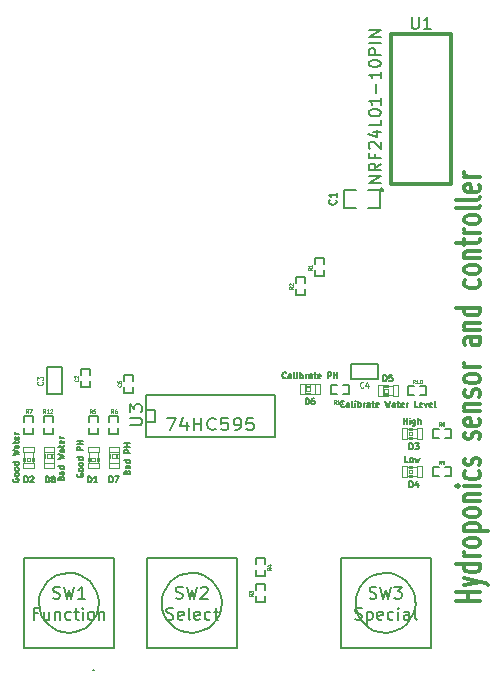
<source format=gto>
G04 (created by PCBNEW-RS274X (2012-apr-16-27)-stable) date Mon 12 May 2014 12:41:31 BST*
G01*
G70*
G90*
%MOIN*%
G04 Gerber Fmt 3.4, Leading zero omitted, Abs format*
%FSLAX34Y34*%
G04 APERTURE LIST*
%ADD10C,0.006000*%
%ADD11C,0.007900*%
%ADD12C,0.012000*%
%ADD13C,0.005000*%
%ADD14C,0.008000*%
%ADD15C,0.002600*%
%ADD16C,0.004000*%
%ADD17C,0.004500*%
%ADD18C,0.003000*%
G04 APERTURE END LIST*
G54D10*
G54D11*
X62634Y-47499D02*
X62649Y-47514D01*
X62634Y-47529D01*
X62619Y-47514D01*
X62634Y-47499D01*
X62634Y-47529D01*
G54D12*
X75515Y-45223D02*
X74728Y-45223D01*
X75103Y-45223D02*
X75103Y-44908D01*
X75515Y-44908D02*
X74728Y-44908D01*
X74990Y-44698D02*
X75515Y-44567D01*
X74990Y-44436D02*
X75515Y-44567D01*
X75702Y-44620D01*
X75740Y-44646D01*
X75777Y-44698D01*
X75515Y-43990D02*
X74728Y-43990D01*
X75478Y-43990D02*
X75515Y-44042D01*
X75515Y-44147D01*
X75478Y-44200D01*
X75440Y-44226D01*
X75365Y-44252D01*
X75140Y-44252D01*
X75065Y-44226D01*
X75028Y-44200D01*
X74990Y-44147D01*
X74990Y-44042D01*
X75028Y-43990D01*
X75515Y-43727D02*
X74990Y-43727D01*
X75140Y-43727D02*
X75065Y-43701D01*
X75028Y-43674D01*
X74990Y-43622D01*
X74990Y-43569D01*
X75515Y-43307D02*
X75478Y-43360D01*
X75440Y-43386D01*
X75365Y-43412D01*
X75140Y-43412D01*
X75065Y-43386D01*
X75028Y-43360D01*
X74990Y-43307D01*
X74990Y-43228D01*
X75028Y-43176D01*
X75065Y-43150D01*
X75140Y-43123D01*
X75365Y-43123D01*
X75440Y-43150D01*
X75478Y-43176D01*
X75515Y-43228D01*
X75515Y-43307D01*
X74990Y-42887D02*
X75777Y-42887D01*
X75028Y-42887D02*
X74990Y-42834D01*
X74990Y-42729D01*
X75028Y-42677D01*
X75065Y-42651D01*
X75140Y-42624D01*
X75365Y-42624D01*
X75440Y-42651D01*
X75478Y-42677D01*
X75515Y-42729D01*
X75515Y-42834D01*
X75478Y-42887D01*
X75515Y-42309D02*
X75478Y-42362D01*
X75440Y-42388D01*
X75365Y-42414D01*
X75140Y-42414D01*
X75065Y-42388D01*
X75028Y-42362D01*
X74990Y-42309D01*
X74990Y-42230D01*
X75028Y-42178D01*
X75065Y-42152D01*
X75140Y-42125D01*
X75365Y-42125D01*
X75440Y-42152D01*
X75478Y-42178D01*
X75515Y-42230D01*
X75515Y-42309D01*
X74990Y-41889D02*
X75515Y-41889D01*
X75065Y-41889D02*
X75028Y-41863D01*
X74990Y-41810D01*
X74990Y-41731D01*
X75028Y-41679D01*
X75103Y-41653D01*
X75515Y-41653D01*
X75515Y-41390D02*
X74990Y-41390D01*
X74728Y-41390D02*
X74766Y-41416D01*
X74803Y-41390D01*
X74766Y-41364D01*
X74728Y-41390D01*
X74803Y-41390D01*
X75478Y-40892D02*
X75515Y-40944D01*
X75515Y-41049D01*
X75478Y-41102D01*
X75440Y-41128D01*
X75365Y-41154D01*
X75140Y-41154D01*
X75065Y-41128D01*
X75028Y-41102D01*
X74990Y-41049D01*
X74990Y-40944D01*
X75028Y-40892D01*
X75478Y-40682D02*
X75515Y-40630D01*
X75515Y-40525D01*
X75478Y-40472D01*
X75403Y-40446D01*
X75365Y-40446D01*
X75290Y-40472D01*
X75253Y-40525D01*
X75253Y-40603D01*
X75215Y-40656D01*
X75140Y-40682D01*
X75103Y-40682D01*
X75028Y-40656D01*
X74990Y-40603D01*
X74990Y-40525D01*
X75028Y-40472D01*
X75478Y-39816D02*
X75515Y-39764D01*
X75515Y-39659D01*
X75478Y-39606D01*
X75403Y-39580D01*
X75365Y-39580D01*
X75290Y-39606D01*
X75253Y-39659D01*
X75253Y-39737D01*
X75215Y-39790D01*
X75140Y-39816D01*
X75103Y-39816D01*
X75028Y-39790D01*
X74990Y-39737D01*
X74990Y-39659D01*
X75028Y-39606D01*
X75478Y-39134D02*
X75515Y-39186D01*
X75515Y-39291D01*
X75478Y-39344D01*
X75403Y-39370D01*
X75103Y-39370D01*
X75028Y-39344D01*
X74990Y-39291D01*
X74990Y-39186D01*
X75028Y-39134D01*
X75103Y-39108D01*
X75178Y-39108D01*
X75253Y-39370D01*
X74990Y-38872D02*
X75515Y-38872D01*
X75065Y-38872D02*
X75028Y-38846D01*
X74990Y-38793D01*
X74990Y-38714D01*
X75028Y-38662D01*
X75103Y-38636D01*
X75515Y-38636D01*
X75478Y-38399D02*
X75515Y-38347D01*
X75515Y-38242D01*
X75478Y-38189D01*
X75403Y-38163D01*
X75365Y-38163D01*
X75290Y-38189D01*
X75253Y-38242D01*
X75253Y-38320D01*
X75215Y-38373D01*
X75140Y-38399D01*
X75103Y-38399D01*
X75028Y-38373D01*
X74990Y-38320D01*
X74990Y-38242D01*
X75028Y-38189D01*
X75515Y-37848D02*
X75478Y-37901D01*
X75440Y-37927D01*
X75365Y-37953D01*
X75140Y-37953D01*
X75065Y-37927D01*
X75028Y-37901D01*
X74990Y-37848D01*
X74990Y-37769D01*
X75028Y-37717D01*
X75065Y-37691D01*
X75140Y-37664D01*
X75365Y-37664D01*
X75440Y-37691D01*
X75478Y-37717D01*
X75515Y-37769D01*
X75515Y-37848D01*
X75515Y-37428D02*
X74990Y-37428D01*
X75140Y-37428D02*
X75065Y-37402D01*
X75028Y-37375D01*
X74990Y-37323D01*
X74990Y-37270D01*
X75515Y-36431D02*
X75103Y-36431D01*
X75028Y-36457D01*
X74990Y-36509D01*
X74990Y-36614D01*
X75028Y-36667D01*
X75478Y-36431D02*
X75515Y-36483D01*
X75515Y-36614D01*
X75478Y-36667D01*
X75403Y-36693D01*
X75328Y-36693D01*
X75253Y-36667D01*
X75215Y-36614D01*
X75215Y-36483D01*
X75178Y-36431D01*
X74990Y-36168D02*
X75515Y-36168D01*
X75065Y-36168D02*
X75028Y-36142D01*
X74990Y-36089D01*
X74990Y-36010D01*
X75028Y-35958D01*
X75103Y-35932D01*
X75515Y-35932D01*
X75515Y-35433D02*
X74728Y-35433D01*
X75478Y-35433D02*
X75515Y-35485D01*
X75515Y-35590D01*
X75478Y-35643D01*
X75440Y-35669D01*
X75365Y-35695D01*
X75140Y-35695D01*
X75065Y-35669D01*
X75028Y-35643D01*
X74990Y-35590D01*
X74990Y-35485D01*
X75028Y-35433D01*
X75478Y-34514D02*
X75515Y-34566D01*
X75515Y-34671D01*
X75478Y-34724D01*
X75440Y-34750D01*
X75365Y-34776D01*
X75140Y-34776D01*
X75065Y-34750D01*
X75028Y-34724D01*
X74990Y-34671D01*
X74990Y-34566D01*
X75028Y-34514D01*
X75515Y-34199D02*
X75478Y-34252D01*
X75440Y-34278D01*
X75365Y-34304D01*
X75140Y-34304D01*
X75065Y-34278D01*
X75028Y-34252D01*
X74990Y-34199D01*
X74990Y-34120D01*
X75028Y-34068D01*
X75065Y-34042D01*
X75140Y-34015D01*
X75365Y-34015D01*
X75440Y-34042D01*
X75478Y-34068D01*
X75515Y-34120D01*
X75515Y-34199D01*
X74990Y-33779D02*
X75515Y-33779D01*
X75065Y-33779D02*
X75028Y-33753D01*
X74990Y-33700D01*
X74990Y-33621D01*
X75028Y-33569D01*
X75103Y-33543D01*
X75515Y-33543D01*
X74990Y-33359D02*
X74990Y-33149D01*
X74728Y-33280D02*
X75403Y-33280D01*
X75478Y-33254D01*
X75515Y-33201D01*
X75515Y-33149D01*
X75515Y-32965D02*
X74990Y-32965D01*
X75140Y-32965D02*
X75065Y-32939D01*
X75028Y-32912D01*
X74990Y-32860D01*
X74990Y-32807D01*
X75515Y-32545D02*
X75478Y-32598D01*
X75440Y-32624D01*
X75365Y-32650D01*
X75140Y-32650D01*
X75065Y-32624D01*
X75028Y-32598D01*
X74990Y-32545D01*
X74990Y-32466D01*
X75028Y-32414D01*
X75065Y-32388D01*
X75140Y-32361D01*
X75365Y-32361D01*
X75440Y-32388D01*
X75478Y-32414D01*
X75515Y-32466D01*
X75515Y-32545D01*
X75515Y-32046D02*
X75478Y-32099D01*
X75403Y-32125D01*
X74728Y-32125D01*
X75515Y-31757D02*
X75478Y-31810D01*
X75403Y-31836D01*
X74728Y-31836D01*
X75478Y-31337D02*
X75515Y-31389D01*
X75515Y-31494D01*
X75478Y-31547D01*
X75403Y-31573D01*
X75103Y-31573D01*
X75028Y-31547D01*
X74990Y-31494D01*
X74990Y-31389D01*
X75028Y-31337D01*
X75103Y-31311D01*
X75178Y-31311D01*
X75253Y-31573D01*
X75515Y-31075D02*
X74990Y-31075D01*
X75140Y-31075D02*
X75065Y-31049D01*
X75028Y-31022D01*
X74990Y-30970D01*
X74990Y-30917D01*
G54D13*
X73363Y-45276D02*
X73343Y-45470D01*
X73287Y-45657D01*
X73195Y-45829D01*
X73072Y-45980D01*
X72922Y-46105D01*
X72750Y-46197D01*
X72564Y-46255D01*
X72369Y-46275D01*
X72176Y-46258D01*
X71989Y-46203D01*
X71816Y-46112D01*
X71664Y-45990D01*
X71538Y-45840D01*
X71444Y-45669D01*
X71385Y-45483D01*
X71364Y-45289D01*
X71380Y-45096D01*
X71434Y-44908D01*
X71523Y-44735D01*
X71644Y-44582D01*
X71793Y-44455D01*
X71963Y-44360D01*
X72149Y-44300D01*
X72343Y-44277D01*
X72536Y-44292D01*
X72724Y-44344D01*
X72898Y-44432D01*
X73052Y-44552D01*
X73180Y-44700D01*
X73276Y-44870D01*
X73338Y-45055D01*
X73362Y-45249D01*
X73363Y-45276D01*
X70863Y-43776D02*
X73863Y-43776D01*
X73863Y-43776D02*
X73863Y-46776D01*
X73863Y-46776D02*
X70863Y-46776D01*
X70863Y-43776D02*
X70863Y-46776D01*
X66906Y-45276D02*
X66886Y-45470D01*
X66830Y-45657D01*
X66738Y-45829D01*
X66615Y-45980D01*
X66465Y-46105D01*
X66293Y-46197D01*
X66107Y-46255D01*
X65912Y-46275D01*
X65719Y-46258D01*
X65532Y-46203D01*
X65359Y-46112D01*
X65207Y-45990D01*
X65081Y-45840D01*
X64987Y-45669D01*
X64928Y-45483D01*
X64907Y-45289D01*
X64923Y-45096D01*
X64977Y-44908D01*
X65066Y-44735D01*
X65187Y-44582D01*
X65336Y-44455D01*
X65506Y-44360D01*
X65692Y-44300D01*
X65886Y-44277D01*
X66079Y-44292D01*
X66267Y-44344D01*
X66441Y-44432D01*
X66595Y-44552D01*
X66723Y-44700D01*
X66819Y-44870D01*
X66881Y-45055D01*
X66905Y-45249D01*
X66906Y-45276D01*
X64406Y-43776D02*
X67406Y-43776D01*
X67406Y-43776D02*
X67406Y-46776D01*
X67406Y-46776D02*
X64406Y-46776D01*
X64406Y-43776D02*
X64406Y-46776D01*
X62812Y-45276D02*
X62792Y-45470D01*
X62736Y-45657D01*
X62644Y-45829D01*
X62521Y-45980D01*
X62371Y-46105D01*
X62199Y-46197D01*
X62013Y-46255D01*
X61818Y-46275D01*
X61625Y-46258D01*
X61438Y-46203D01*
X61265Y-46112D01*
X61113Y-45990D01*
X60987Y-45840D01*
X60893Y-45669D01*
X60834Y-45483D01*
X60813Y-45289D01*
X60829Y-45096D01*
X60883Y-44908D01*
X60972Y-44735D01*
X61093Y-44582D01*
X61242Y-44455D01*
X61412Y-44360D01*
X61598Y-44300D01*
X61792Y-44277D01*
X61985Y-44292D01*
X62173Y-44344D01*
X62347Y-44432D01*
X62501Y-44552D01*
X62629Y-44700D01*
X62725Y-44870D01*
X62787Y-45055D01*
X62811Y-45249D01*
X62812Y-45276D01*
X60312Y-43776D02*
X63312Y-43776D01*
X63312Y-43776D02*
X63312Y-46776D01*
X63312Y-46776D02*
X60312Y-46776D01*
X60312Y-43776D02*
X60312Y-46776D01*
G54D14*
X64386Y-38355D02*
X68686Y-38355D01*
X68686Y-38355D02*
X68686Y-39755D01*
X68686Y-39755D02*
X64386Y-39755D01*
X64386Y-39755D02*
X64386Y-38355D01*
X64386Y-38855D02*
X64686Y-38855D01*
X64686Y-38855D02*
X64686Y-39255D01*
X64686Y-39255D02*
X64386Y-39255D01*
G54D13*
X72275Y-31511D02*
X72274Y-31520D01*
X72271Y-31530D01*
X72266Y-31538D01*
X72260Y-31546D01*
X72252Y-31552D01*
X72244Y-31557D01*
X72235Y-31559D01*
X72225Y-31560D01*
X72216Y-31560D01*
X72207Y-31557D01*
X72198Y-31552D01*
X72191Y-31546D01*
X72184Y-31539D01*
X72180Y-31530D01*
X72177Y-31521D01*
X72176Y-31511D01*
X72176Y-31502D01*
X72179Y-31493D01*
X72183Y-31484D01*
X72190Y-31477D01*
X72197Y-31470D01*
X72205Y-31466D01*
X72215Y-31463D01*
X72224Y-31462D01*
X72233Y-31462D01*
X72243Y-31465D01*
X72251Y-31469D01*
X72259Y-31475D01*
X72265Y-31483D01*
X72270Y-31491D01*
X72273Y-31500D01*
X72274Y-31510D01*
X72275Y-31511D01*
X71775Y-31511D02*
X72175Y-31511D01*
X72175Y-31511D02*
X72175Y-32111D01*
X72175Y-32111D02*
X71775Y-32111D01*
X71375Y-32111D02*
X70975Y-32111D01*
X70975Y-32111D02*
X70975Y-31511D01*
X70975Y-31511D02*
X71375Y-31511D01*
X61589Y-37424D02*
X61589Y-38324D01*
X61589Y-38324D02*
X61089Y-38324D01*
X61089Y-38324D02*
X61089Y-37424D01*
X61089Y-37424D02*
X61589Y-37424D01*
X71204Y-37309D02*
X72104Y-37309D01*
X72104Y-37309D02*
X72104Y-37809D01*
X72104Y-37809D02*
X71204Y-37809D01*
X71204Y-37809D02*
X71204Y-37309D01*
X63950Y-37872D02*
X63950Y-37672D01*
X63950Y-37672D02*
X63650Y-37672D01*
X63650Y-37672D02*
X63650Y-37872D01*
X63950Y-38072D02*
X63950Y-38272D01*
X63950Y-38272D02*
X63650Y-38272D01*
X63650Y-38272D02*
X63650Y-38072D01*
X62512Y-37695D02*
X62512Y-37495D01*
X62512Y-37495D02*
X62212Y-37495D01*
X62212Y-37495D02*
X62212Y-37695D01*
X62512Y-37895D02*
X62512Y-38095D01*
X62512Y-38095D02*
X62212Y-38095D01*
X62212Y-38095D02*
X62212Y-37895D01*
X70930Y-38299D02*
X71130Y-38299D01*
X71130Y-38299D02*
X71130Y-37999D01*
X71130Y-37999D02*
X70930Y-37999D01*
X70730Y-38299D02*
X70530Y-38299D01*
X70530Y-38299D02*
X70530Y-37999D01*
X70530Y-37999D02*
X70730Y-37999D01*
X73526Y-38358D02*
X73726Y-38358D01*
X73726Y-38358D02*
X73726Y-38058D01*
X73726Y-38058D02*
X73526Y-38058D01*
X73326Y-38358D02*
X73126Y-38358D01*
X73126Y-38358D02*
X73126Y-38058D01*
X73126Y-38058D02*
X73326Y-38058D01*
X74334Y-41055D02*
X74534Y-41055D01*
X74534Y-41055D02*
X74534Y-40755D01*
X74534Y-40755D02*
X74334Y-40755D01*
X74134Y-41055D02*
X73934Y-41055D01*
X73934Y-41055D02*
X73934Y-40755D01*
X73934Y-40755D02*
X74134Y-40755D01*
X74333Y-39777D02*
X74533Y-39777D01*
X74533Y-39777D02*
X74533Y-39477D01*
X74533Y-39477D02*
X74333Y-39477D01*
X74133Y-39777D02*
X73933Y-39777D01*
X73933Y-39777D02*
X73933Y-39477D01*
X73933Y-39477D02*
X74133Y-39477D01*
X60305Y-39450D02*
X60305Y-39650D01*
X60305Y-39650D02*
X60605Y-39650D01*
X60605Y-39650D02*
X60605Y-39450D01*
X60305Y-39250D02*
X60305Y-39050D01*
X60305Y-39050D02*
X60605Y-39050D01*
X60605Y-39050D02*
X60605Y-39250D01*
X63158Y-39450D02*
X63158Y-39650D01*
X63158Y-39650D02*
X63458Y-39650D01*
X63458Y-39650D02*
X63458Y-39450D01*
X63158Y-39250D02*
X63158Y-39050D01*
X63158Y-39050D02*
X63458Y-39050D01*
X63458Y-39050D02*
X63458Y-39250D01*
X62470Y-39450D02*
X62470Y-39650D01*
X62470Y-39650D02*
X62770Y-39650D01*
X62770Y-39650D02*
X62770Y-39450D01*
X62470Y-39250D02*
X62470Y-39050D01*
X62470Y-39050D02*
X62770Y-39050D01*
X62770Y-39050D02*
X62770Y-39250D01*
X68039Y-44194D02*
X68039Y-44394D01*
X68039Y-44394D02*
X68339Y-44394D01*
X68339Y-44394D02*
X68339Y-44194D01*
X68039Y-43994D02*
X68039Y-43794D01*
X68039Y-43794D02*
X68339Y-43794D01*
X68339Y-43794D02*
X68339Y-43994D01*
X68339Y-44860D02*
X68339Y-44660D01*
X68339Y-44660D02*
X68039Y-44660D01*
X68039Y-44660D02*
X68039Y-44860D01*
X68339Y-45060D02*
X68339Y-45260D01*
X68339Y-45260D02*
X68039Y-45260D01*
X68039Y-45260D02*
X68039Y-45060D01*
X69677Y-34625D02*
X69677Y-34425D01*
X69677Y-34425D02*
X69377Y-34425D01*
X69377Y-34425D02*
X69377Y-34625D01*
X69677Y-34825D02*
X69677Y-35025D01*
X69677Y-35025D02*
X69377Y-35025D01*
X69377Y-35025D02*
X69377Y-34825D01*
X70306Y-33995D02*
X70306Y-33795D01*
X70306Y-33795D02*
X70006Y-33795D01*
X70006Y-33795D02*
X70006Y-33995D01*
X70306Y-34195D02*
X70306Y-34395D01*
X70306Y-34395D02*
X70006Y-34395D01*
X70006Y-34395D02*
X70006Y-34195D01*
G54D15*
X62797Y-40609D02*
X62443Y-40609D01*
X62443Y-40609D02*
X62443Y-40766D01*
X62797Y-40766D02*
X62443Y-40766D01*
X62797Y-40609D02*
X62797Y-40766D01*
X62797Y-40098D02*
X62443Y-40098D01*
X62443Y-40098D02*
X62443Y-40255D01*
X62797Y-40255D02*
X62443Y-40255D01*
X62797Y-40098D02*
X62797Y-40255D01*
X62797Y-40432D02*
X62738Y-40432D01*
X62738Y-40432D02*
X62738Y-40550D01*
X62797Y-40550D02*
X62738Y-40550D01*
X62797Y-40432D02*
X62797Y-40550D01*
X62502Y-40432D02*
X62443Y-40432D01*
X62443Y-40432D02*
X62443Y-40550D01*
X62502Y-40550D02*
X62443Y-40550D01*
X62502Y-40432D02*
X62502Y-40550D01*
X62679Y-40432D02*
X62561Y-40432D01*
X62561Y-40432D02*
X62561Y-40550D01*
X62679Y-40550D02*
X62561Y-40550D01*
X62679Y-40432D02*
X62679Y-40550D01*
G54D16*
X62777Y-40609D02*
X62777Y-40255D01*
X62463Y-40609D02*
X62463Y-40255D01*
G54D15*
X60632Y-40609D02*
X60278Y-40609D01*
X60278Y-40609D02*
X60278Y-40766D01*
X60632Y-40766D02*
X60278Y-40766D01*
X60632Y-40609D02*
X60632Y-40766D01*
X60632Y-40098D02*
X60278Y-40098D01*
X60278Y-40098D02*
X60278Y-40255D01*
X60632Y-40255D02*
X60278Y-40255D01*
X60632Y-40098D02*
X60632Y-40255D01*
X60632Y-40432D02*
X60573Y-40432D01*
X60573Y-40432D02*
X60573Y-40550D01*
X60632Y-40550D02*
X60573Y-40550D01*
X60632Y-40432D02*
X60632Y-40550D01*
X60337Y-40432D02*
X60278Y-40432D01*
X60278Y-40432D02*
X60278Y-40550D01*
X60337Y-40550D02*
X60278Y-40550D01*
X60337Y-40432D02*
X60337Y-40550D01*
X60514Y-40432D02*
X60396Y-40432D01*
X60396Y-40432D02*
X60396Y-40550D01*
X60514Y-40550D02*
X60396Y-40550D01*
X60514Y-40432D02*
X60514Y-40550D01*
G54D16*
X60612Y-40609D02*
X60612Y-40255D01*
X60298Y-40609D02*
X60298Y-40255D01*
G54D15*
X73072Y-39804D02*
X73072Y-39450D01*
X73072Y-39450D02*
X72915Y-39450D01*
X72915Y-39804D02*
X72915Y-39450D01*
X73072Y-39804D02*
X72915Y-39804D01*
X73583Y-39804D02*
X73583Y-39450D01*
X73583Y-39450D02*
X73426Y-39450D01*
X73426Y-39804D02*
X73426Y-39450D01*
X73583Y-39804D02*
X73426Y-39804D01*
X73249Y-39804D02*
X73249Y-39745D01*
X73249Y-39745D02*
X73131Y-39745D01*
X73131Y-39804D02*
X73131Y-39745D01*
X73249Y-39804D02*
X73131Y-39804D01*
X73249Y-39509D02*
X73249Y-39450D01*
X73249Y-39450D02*
X73131Y-39450D01*
X73131Y-39509D02*
X73131Y-39450D01*
X73249Y-39509D02*
X73131Y-39509D01*
X73249Y-39686D02*
X73249Y-39568D01*
X73249Y-39568D02*
X73131Y-39568D01*
X73131Y-39686D02*
X73131Y-39568D01*
X73249Y-39686D02*
X73131Y-39686D01*
G54D16*
X73072Y-39784D02*
X73426Y-39784D01*
X73072Y-39470D02*
X73426Y-39470D01*
G54D15*
X73072Y-41082D02*
X73072Y-40728D01*
X73072Y-40728D02*
X72915Y-40728D01*
X72915Y-41082D02*
X72915Y-40728D01*
X73072Y-41082D02*
X72915Y-41082D01*
X73583Y-41082D02*
X73583Y-40728D01*
X73583Y-40728D02*
X73426Y-40728D01*
X73426Y-41082D02*
X73426Y-40728D01*
X73583Y-41082D02*
X73426Y-41082D01*
X73249Y-41082D02*
X73249Y-41023D01*
X73249Y-41023D02*
X73131Y-41023D01*
X73131Y-41082D02*
X73131Y-41023D01*
X73249Y-41082D02*
X73131Y-41082D01*
X73249Y-40787D02*
X73249Y-40728D01*
X73249Y-40728D02*
X73131Y-40728D01*
X73131Y-40787D02*
X73131Y-40728D01*
X73249Y-40787D02*
X73131Y-40787D01*
X73249Y-40964D02*
X73249Y-40846D01*
X73249Y-40846D02*
X73131Y-40846D01*
X73131Y-40964D02*
X73131Y-40846D01*
X73249Y-40964D02*
X73131Y-40964D01*
G54D16*
X73072Y-41062D02*
X73426Y-41062D01*
X73072Y-40748D02*
X73426Y-40748D01*
G54D15*
X72265Y-38385D02*
X72265Y-38031D01*
X72265Y-38031D02*
X72108Y-38031D01*
X72108Y-38385D02*
X72108Y-38031D01*
X72265Y-38385D02*
X72108Y-38385D01*
X72776Y-38385D02*
X72776Y-38031D01*
X72776Y-38031D02*
X72619Y-38031D01*
X72619Y-38385D02*
X72619Y-38031D01*
X72776Y-38385D02*
X72619Y-38385D01*
X72442Y-38385D02*
X72442Y-38326D01*
X72442Y-38326D02*
X72324Y-38326D01*
X72324Y-38385D02*
X72324Y-38326D01*
X72442Y-38385D02*
X72324Y-38385D01*
X72442Y-38090D02*
X72442Y-38031D01*
X72442Y-38031D02*
X72324Y-38031D01*
X72324Y-38090D02*
X72324Y-38031D01*
X72442Y-38090D02*
X72324Y-38090D01*
X72442Y-38267D02*
X72442Y-38149D01*
X72442Y-38149D02*
X72324Y-38149D01*
X72324Y-38267D02*
X72324Y-38149D01*
X72442Y-38267D02*
X72324Y-38267D01*
G54D16*
X72265Y-38365D02*
X72619Y-38365D01*
X72265Y-38051D02*
X72619Y-38051D01*
G54D15*
X69669Y-38327D02*
X69669Y-37973D01*
X69669Y-37973D02*
X69512Y-37973D01*
X69512Y-38327D02*
X69512Y-37973D01*
X69669Y-38327D02*
X69512Y-38327D01*
X70180Y-38327D02*
X70180Y-37973D01*
X70180Y-37973D02*
X70023Y-37973D01*
X70023Y-38327D02*
X70023Y-37973D01*
X70180Y-38327D02*
X70023Y-38327D01*
X69846Y-38327D02*
X69846Y-38268D01*
X69846Y-38268D02*
X69728Y-38268D01*
X69728Y-38327D02*
X69728Y-38268D01*
X69846Y-38327D02*
X69728Y-38327D01*
X69846Y-38032D02*
X69846Y-37973D01*
X69846Y-37973D02*
X69728Y-37973D01*
X69728Y-38032D02*
X69728Y-37973D01*
X69846Y-38032D02*
X69728Y-38032D01*
X69846Y-38209D02*
X69846Y-38091D01*
X69846Y-38091D02*
X69728Y-38091D01*
X69728Y-38209D02*
X69728Y-38091D01*
X69846Y-38209D02*
X69728Y-38209D01*
G54D16*
X69669Y-38307D02*
X70023Y-38307D01*
X69669Y-37993D02*
X70023Y-37993D01*
G54D15*
X63131Y-40255D02*
X63485Y-40255D01*
X63485Y-40255D02*
X63485Y-40098D01*
X63131Y-40098D02*
X63485Y-40098D01*
X63131Y-40255D02*
X63131Y-40098D01*
X63131Y-40766D02*
X63485Y-40766D01*
X63485Y-40766D02*
X63485Y-40609D01*
X63131Y-40609D02*
X63485Y-40609D01*
X63131Y-40766D02*
X63131Y-40609D01*
X63131Y-40432D02*
X63190Y-40432D01*
X63190Y-40432D02*
X63190Y-40314D01*
X63131Y-40314D02*
X63190Y-40314D01*
X63131Y-40432D02*
X63131Y-40314D01*
X63426Y-40432D02*
X63485Y-40432D01*
X63485Y-40432D02*
X63485Y-40314D01*
X63426Y-40314D02*
X63485Y-40314D01*
X63426Y-40432D02*
X63426Y-40314D01*
X63249Y-40432D02*
X63367Y-40432D01*
X63367Y-40432D02*
X63367Y-40314D01*
X63249Y-40314D02*
X63367Y-40314D01*
X63249Y-40432D02*
X63249Y-40314D01*
G54D16*
X63151Y-40255D02*
X63151Y-40609D01*
X63465Y-40255D02*
X63465Y-40609D01*
G54D15*
X60966Y-40255D02*
X61320Y-40255D01*
X61320Y-40255D02*
X61320Y-40098D01*
X60966Y-40098D02*
X61320Y-40098D01*
X60966Y-40255D02*
X60966Y-40098D01*
X60966Y-40766D02*
X61320Y-40766D01*
X61320Y-40766D02*
X61320Y-40609D01*
X60966Y-40609D02*
X61320Y-40609D01*
X60966Y-40766D02*
X60966Y-40609D01*
X60966Y-40432D02*
X61025Y-40432D01*
X61025Y-40432D02*
X61025Y-40314D01*
X60966Y-40314D02*
X61025Y-40314D01*
X60966Y-40432D02*
X60966Y-40314D01*
X61261Y-40432D02*
X61320Y-40432D01*
X61320Y-40432D02*
X61320Y-40314D01*
X61261Y-40314D02*
X61320Y-40314D01*
X61261Y-40432D02*
X61261Y-40314D01*
X61084Y-40432D02*
X61202Y-40432D01*
X61202Y-40432D02*
X61202Y-40314D01*
X61084Y-40314D02*
X61202Y-40314D01*
X61084Y-40432D02*
X61084Y-40314D01*
G54D16*
X60986Y-40255D02*
X60986Y-40609D01*
X61300Y-40255D02*
X61300Y-40609D01*
G54D13*
X61293Y-39250D02*
X61293Y-39050D01*
X61293Y-39050D02*
X60993Y-39050D01*
X60993Y-39050D02*
X60993Y-39250D01*
X61293Y-39450D02*
X61293Y-39650D01*
X61293Y-39650D02*
X60993Y-39650D01*
X60993Y-39650D02*
X60993Y-39450D01*
G54D12*
X72543Y-31319D02*
X72543Y-26319D01*
X72543Y-26319D02*
X74543Y-26319D01*
X74543Y-26319D02*
X74543Y-31319D01*
X74543Y-31319D02*
X72543Y-31319D01*
G54D14*
X71830Y-45119D02*
X71887Y-45138D01*
X71983Y-45138D01*
X72021Y-45119D01*
X72040Y-45100D01*
X72059Y-45062D01*
X72059Y-45024D01*
X72040Y-44986D01*
X72021Y-44966D01*
X71983Y-44947D01*
X71906Y-44928D01*
X71868Y-44909D01*
X71849Y-44890D01*
X71830Y-44852D01*
X71830Y-44814D01*
X71849Y-44776D01*
X71868Y-44757D01*
X71906Y-44738D01*
X72002Y-44738D01*
X72059Y-44757D01*
X72192Y-44738D02*
X72287Y-45138D01*
X72364Y-44852D01*
X72440Y-45138D01*
X72535Y-44738D01*
X72649Y-44738D02*
X72897Y-44738D01*
X72763Y-44890D01*
X72821Y-44890D01*
X72859Y-44909D01*
X72878Y-44928D01*
X72897Y-44966D01*
X72897Y-45062D01*
X72878Y-45100D01*
X72859Y-45119D01*
X72821Y-45138D01*
X72706Y-45138D01*
X72668Y-45119D01*
X72649Y-45100D01*
X71344Y-45819D02*
X71401Y-45838D01*
X71497Y-45838D01*
X71535Y-45819D01*
X71554Y-45800D01*
X71573Y-45762D01*
X71573Y-45724D01*
X71554Y-45686D01*
X71535Y-45666D01*
X71497Y-45647D01*
X71420Y-45628D01*
X71382Y-45609D01*
X71363Y-45590D01*
X71344Y-45552D01*
X71344Y-45514D01*
X71363Y-45476D01*
X71382Y-45457D01*
X71420Y-45438D01*
X71516Y-45438D01*
X71573Y-45457D01*
X71744Y-45571D02*
X71744Y-45971D01*
X71744Y-45590D02*
X71782Y-45571D01*
X71859Y-45571D01*
X71897Y-45590D01*
X71916Y-45609D01*
X71935Y-45647D01*
X71935Y-45762D01*
X71916Y-45800D01*
X71897Y-45819D01*
X71859Y-45838D01*
X71782Y-45838D01*
X71744Y-45819D01*
X72259Y-45819D02*
X72221Y-45838D01*
X72144Y-45838D01*
X72106Y-45819D01*
X72087Y-45781D01*
X72087Y-45628D01*
X72106Y-45590D01*
X72144Y-45571D01*
X72221Y-45571D01*
X72259Y-45590D01*
X72278Y-45628D01*
X72278Y-45666D01*
X72087Y-45705D01*
X72621Y-45819D02*
X72583Y-45838D01*
X72506Y-45838D01*
X72468Y-45819D01*
X72449Y-45800D01*
X72430Y-45762D01*
X72430Y-45647D01*
X72449Y-45609D01*
X72468Y-45590D01*
X72506Y-45571D01*
X72583Y-45571D01*
X72621Y-45590D01*
X72792Y-45838D02*
X72792Y-45571D01*
X72792Y-45438D02*
X72773Y-45457D01*
X72792Y-45476D01*
X72811Y-45457D01*
X72792Y-45438D01*
X72792Y-45476D01*
X73154Y-45838D02*
X73154Y-45628D01*
X73135Y-45590D01*
X73097Y-45571D01*
X73020Y-45571D01*
X72982Y-45590D01*
X73154Y-45819D02*
X73116Y-45838D01*
X73020Y-45838D01*
X72982Y-45819D01*
X72963Y-45781D01*
X72963Y-45743D01*
X72982Y-45705D01*
X73020Y-45686D01*
X73116Y-45686D01*
X73154Y-45666D01*
X73401Y-45838D02*
X73363Y-45819D01*
X73344Y-45781D01*
X73344Y-45438D01*
X65373Y-45119D02*
X65430Y-45138D01*
X65526Y-45138D01*
X65564Y-45119D01*
X65583Y-45100D01*
X65602Y-45062D01*
X65602Y-45024D01*
X65583Y-44986D01*
X65564Y-44966D01*
X65526Y-44947D01*
X65449Y-44928D01*
X65411Y-44909D01*
X65392Y-44890D01*
X65373Y-44852D01*
X65373Y-44814D01*
X65392Y-44776D01*
X65411Y-44757D01*
X65449Y-44738D01*
X65545Y-44738D01*
X65602Y-44757D01*
X65735Y-44738D02*
X65830Y-45138D01*
X65907Y-44852D01*
X65983Y-45138D01*
X66078Y-44738D01*
X66211Y-44776D02*
X66230Y-44757D01*
X66268Y-44738D01*
X66364Y-44738D01*
X66402Y-44757D01*
X66421Y-44776D01*
X66440Y-44814D01*
X66440Y-44852D01*
X66421Y-44909D01*
X66192Y-45138D01*
X66440Y-45138D01*
X65058Y-45819D02*
X65115Y-45838D01*
X65211Y-45838D01*
X65249Y-45819D01*
X65268Y-45800D01*
X65287Y-45762D01*
X65287Y-45724D01*
X65268Y-45686D01*
X65249Y-45666D01*
X65211Y-45647D01*
X65134Y-45628D01*
X65096Y-45609D01*
X65077Y-45590D01*
X65058Y-45552D01*
X65058Y-45514D01*
X65077Y-45476D01*
X65096Y-45457D01*
X65134Y-45438D01*
X65230Y-45438D01*
X65287Y-45457D01*
X65611Y-45819D02*
X65573Y-45838D01*
X65496Y-45838D01*
X65458Y-45819D01*
X65439Y-45781D01*
X65439Y-45628D01*
X65458Y-45590D01*
X65496Y-45571D01*
X65573Y-45571D01*
X65611Y-45590D01*
X65630Y-45628D01*
X65630Y-45666D01*
X65439Y-45705D01*
X65858Y-45838D02*
X65820Y-45819D01*
X65801Y-45781D01*
X65801Y-45438D01*
X66164Y-45819D02*
X66126Y-45838D01*
X66049Y-45838D01*
X66011Y-45819D01*
X65992Y-45781D01*
X65992Y-45628D01*
X66011Y-45590D01*
X66049Y-45571D01*
X66126Y-45571D01*
X66164Y-45590D01*
X66183Y-45628D01*
X66183Y-45666D01*
X65992Y-45705D01*
X66526Y-45819D02*
X66488Y-45838D01*
X66411Y-45838D01*
X66373Y-45819D01*
X66354Y-45800D01*
X66335Y-45762D01*
X66335Y-45647D01*
X66354Y-45609D01*
X66373Y-45590D01*
X66411Y-45571D01*
X66488Y-45571D01*
X66526Y-45590D01*
X66640Y-45571D02*
X66792Y-45571D01*
X66697Y-45438D02*
X66697Y-45781D01*
X66716Y-45819D01*
X66754Y-45838D01*
X66792Y-45838D01*
X61279Y-45119D02*
X61336Y-45138D01*
X61432Y-45138D01*
X61470Y-45119D01*
X61489Y-45100D01*
X61508Y-45062D01*
X61508Y-45024D01*
X61489Y-44986D01*
X61470Y-44966D01*
X61432Y-44947D01*
X61355Y-44928D01*
X61317Y-44909D01*
X61298Y-44890D01*
X61279Y-44852D01*
X61279Y-44814D01*
X61298Y-44776D01*
X61317Y-44757D01*
X61355Y-44738D01*
X61451Y-44738D01*
X61508Y-44757D01*
X61641Y-44738D02*
X61736Y-45138D01*
X61813Y-44852D01*
X61889Y-45138D01*
X61984Y-44738D01*
X62346Y-45138D02*
X62117Y-45138D01*
X62231Y-45138D02*
X62231Y-44738D01*
X62193Y-44795D01*
X62155Y-44833D01*
X62117Y-44852D01*
X60765Y-45628D02*
X60631Y-45628D01*
X60631Y-45838D02*
X60631Y-45438D01*
X60822Y-45438D01*
X61146Y-45571D02*
X61146Y-45838D01*
X60974Y-45571D02*
X60974Y-45781D01*
X60993Y-45819D01*
X61031Y-45838D01*
X61089Y-45838D01*
X61127Y-45819D01*
X61146Y-45800D01*
X61336Y-45571D02*
X61336Y-45838D01*
X61336Y-45609D02*
X61355Y-45590D01*
X61393Y-45571D01*
X61451Y-45571D01*
X61489Y-45590D01*
X61508Y-45628D01*
X61508Y-45838D01*
X61870Y-45819D02*
X61832Y-45838D01*
X61755Y-45838D01*
X61717Y-45819D01*
X61698Y-45800D01*
X61679Y-45762D01*
X61679Y-45647D01*
X61698Y-45609D01*
X61717Y-45590D01*
X61755Y-45571D01*
X61832Y-45571D01*
X61870Y-45590D01*
X61984Y-45571D02*
X62136Y-45571D01*
X62041Y-45438D02*
X62041Y-45781D01*
X62060Y-45819D01*
X62098Y-45838D01*
X62136Y-45838D01*
X62270Y-45838D02*
X62270Y-45571D01*
X62270Y-45438D02*
X62251Y-45457D01*
X62270Y-45476D01*
X62289Y-45457D01*
X62270Y-45438D01*
X62270Y-45476D01*
X62517Y-45838D02*
X62479Y-45819D01*
X62460Y-45800D01*
X62441Y-45762D01*
X62441Y-45647D01*
X62460Y-45609D01*
X62479Y-45590D01*
X62517Y-45571D01*
X62575Y-45571D01*
X62613Y-45590D01*
X62632Y-45609D01*
X62651Y-45647D01*
X62651Y-45762D01*
X62632Y-45800D01*
X62613Y-45819D01*
X62575Y-45838D01*
X62517Y-45838D01*
X62822Y-45571D02*
X62822Y-45838D01*
X62822Y-45609D02*
X62841Y-45590D01*
X62879Y-45571D01*
X62937Y-45571D01*
X62975Y-45590D01*
X62994Y-45628D01*
X62994Y-45838D01*
G54D13*
X63837Y-39359D02*
X64161Y-39359D01*
X64199Y-39337D01*
X64218Y-39316D01*
X64237Y-39273D01*
X64237Y-39187D01*
X64218Y-39145D01*
X64199Y-39123D01*
X64161Y-39102D01*
X63837Y-39102D01*
X63837Y-38931D02*
X63837Y-38652D01*
X63989Y-38802D01*
X63989Y-38738D01*
X64008Y-38695D01*
X64027Y-38674D01*
X64065Y-38652D01*
X64161Y-38652D01*
X64199Y-38674D01*
X64218Y-38695D01*
X64237Y-38738D01*
X64237Y-38866D01*
X64218Y-38909D01*
X64199Y-38931D01*
X65067Y-39117D02*
X65367Y-39117D01*
X65174Y-39517D01*
X65732Y-39250D02*
X65732Y-39517D01*
X65625Y-39098D02*
X65518Y-39384D01*
X65796Y-39384D01*
X65968Y-39517D02*
X65968Y-39117D01*
X65968Y-39307D02*
X66225Y-39307D01*
X66225Y-39517D02*
X66225Y-39117D01*
X66696Y-39479D02*
X66675Y-39498D01*
X66611Y-39517D01*
X66568Y-39517D01*
X66503Y-39498D01*
X66461Y-39460D01*
X66439Y-39422D01*
X66418Y-39345D01*
X66418Y-39288D01*
X66439Y-39212D01*
X66461Y-39174D01*
X66503Y-39136D01*
X66568Y-39117D01*
X66611Y-39117D01*
X66675Y-39136D01*
X66696Y-39155D01*
X67103Y-39117D02*
X66889Y-39117D01*
X66868Y-39307D01*
X66889Y-39288D01*
X66932Y-39269D01*
X67039Y-39269D01*
X67082Y-39288D01*
X67103Y-39307D01*
X67125Y-39345D01*
X67125Y-39441D01*
X67103Y-39479D01*
X67082Y-39498D01*
X67039Y-39517D01*
X66932Y-39517D01*
X66889Y-39498D01*
X66868Y-39479D01*
X67340Y-39517D02*
X67425Y-39517D01*
X67468Y-39498D01*
X67490Y-39479D01*
X67532Y-39422D01*
X67554Y-39345D01*
X67554Y-39193D01*
X67532Y-39155D01*
X67511Y-39136D01*
X67468Y-39117D01*
X67382Y-39117D01*
X67340Y-39136D01*
X67318Y-39155D01*
X67297Y-39193D01*
X67297Y-39288D01*
X67318Y-39326D01*
X67340Y-39345D01*
X67382Y-39365D01*
X67468Y-39365D01*
X67511Y-39345D01*
X67532Y-39326D01*
X67554Y-39288D01*
X67961Y-39117D02*
X67747Y-39117D01*
X67726Y-39307D01*
X67747Y-39288D01*
X67790Y-39269D01*
X67897Y-39269D01*
X67940Y-39288D01*
X67961Y-39307D01*
X67983Y-39345D01*
X67983Y-39441D01*
X67961Y-39479D01*
X67940Y-39498D01*
X67897Y-39517D01*
X67790Y-39517D01*
X67747Y-39498D01*
X67726Y-39479D01*
X70707Y-31853D02*
X70719Y-31865D01*
X70731Y-31900D01*
X70731Y-31924D01*
X70719Y-31960D01*
X70695Y-31984D01*
X70672Y-31995D01*
X70624Y-32007D01*
X70588Y-32007D01*
X70541Y-31995D01*
X70517Y-31984D01*
X70493Y-31960D01*
X70481Y-31924D01*
X70481Y-31900D01*
X70493Y-31865D01*
X70505Y-31853D01*
X70731Y-31615D02*
X70731Y-31757D01*
X70731Y-31686D02*
X70481Y-31686D01*
X70517Y-31710D01*
X70541Y-31734D01*
X70553Y-31757D01*
G54D17*
X60928Y-37903D02*
X60937Y-37912D01*
X60947Y-37938D01*
X60947Y-37955D01*
X60937Y-37980D01*
X60918Y-37998D01*
X60899Y-38006D01*
X60861Y-38015D01*
X60833Y-38015D01*
X60795Y-38006D01*
X60776Y-37998D01*
X60756Y-37980D01*
X60747Y-37955D01*
X60747Y-37938D01*
X60756Y-37912D01*
X60766Y-37903D01*
X60747Y-37843D02*
X60747Y-37732D01*
X60823Y-37792D01*
X60823Y-37766D01*
X60833Y-37749D01*
X60842Y-37740D01*
X60861Y-37732D01*
X60909Y-37732D01*
X60928Y-37740D01*
X60937Y-37749D01*
X60947Y-37766D01*
X60947Y-37818D01*
X60937Y-37835D01*
X60928Y-37843D01*
X71625Y-38093D02*
X71616Y-38102D01*
X71590Y-38112D01*
X71573Y-38112D01*
X71548Y-38102D01*
X71530Y-38083D01*
X71522Y-38064D01*
X71513Y-38026D01*
X71513Y-37998D01*
X71522Y-37960D01*
X71530Y-37941D01*
X71548Y-37921D01*
X71573Y-37912D01*
X71590Y-37912D01*
X71616Y-37921D01*
X71625Y-37931D01*
X71779Y-37979D02*
X71779Y-38112D01*
X71736Y-37902D02*
X71693Y-38045D01*
X71805Y-38045D01*
G54D18*
X63537Y-37992D02*
X63543Y-37998D01*
X63549Y-38015D01*
X63549Y-38026D01*
X63543Y-38043D01*
X63531Y-38055D01*
X63520Y-38060D01*
X63497Y-38066D01*
X63480Y-38066D01*
X63457Y-38060D01*
X63446Y-38055D01*
X63434Y-38043D01*
X63429Y-38026D01*
X63429Y-38015D01*
X63434Y-37998D01*
X63440Y-37992D01*
X63429Y-37889D02*
X63429Y-37912D01*
X63434Y-37923D01*
X63440Y-37929D01*
X63457Y-37940D01*
X63480Y-37946D01*
X63526Y-37946D01*
X63537Y-37940D01*
X63543Y-37935D01*
X63549Y-37923D01*
X63549Y-37900D01*
X63543Y-37889D01*
X63537Y-37883D01*
X63526Y-37878D01*
X63497Y-37878D01*
X63486Y-37883D01*
X63480Y-37889D01*
X63474Y-37900D01*
X63474Y-37923D01*
X63480Y-37935D01*
X63486Y-37940D01*
X63497Y-37946D01*
X62099Y-37815D02*
X62105Y-37821D01*
X62111Y-37838D01*
X62111Y-37849D01*
X62105Y-37866D01*
X62093Y-37878D01*
X62082Y-37883D01*
X62059Y-37889D01*
X62042Y-37889D01*
X62019Y-37883D01*
X62008Y-37878D01*
X61996Y-37866D01*
X61991Y-37849D01*
X61991Y-37838D01*
X61996Y-37821D01*
X62002Y-37815D01*
X62002Y-37769D02*
X61996Y-37763D01*
X61991Y-37752D01*
X61991Y-37723D01*
X61996Y-37712D01*
X62002Y-37706D01*
X62013Y-37701D01*
X62025Y-37701D01*
X62042Y-37706D01*
X62111Y-37775D01*
X62111Y-37701D01*
X70710Y-38632D02*
X70670Y-38574D01*
X70642Y-38632D02*
X70642Y-38512D01*
X70687Y-38512D01*
X70699Y-38517D01*
X70704Y-38523D01*
X70710Y-38534D01*
X70710Y-38552D01*
X70704Y-38563D01*
X70699Y-38569D01*
X70687Y-38574D01*
X70642Y-38574D01*
X70824Y-38632D02*
X70756Y-38632D01*
X70790Y-38632D02*
X70790Y-38512D01*
X70779Y-38529D01*
X70767Y-38540D01*
X70756Y-38546D01*
X70938Y-38632D02*
X70870Y-38632D01*
X70904Y-38632D02*
X70904Y-38512D01*
X70893Y-38529D01*
X70881Y-38540D01*
X70870Y-38546D01*
X73349Y-37957D02*
X73309Y-37899D01*
X73281Y-37957D02*
X73281Y-37837D01*
X73326Y-37837D01*
X73338Y-37842D01*
X73343Y-37848D01*
X73349Y-37859D01*
X73349Y-37877D01*
X73343Y-37888D01*
X73338Y-37894D01*
X73326Y-37899D01*
X73281Y-37899D01*
X73463Y-37957D02*
X73395Y-37957D01*
X73429Y-37957D02*
X73429Y-37837D01*
X73418Y-37854D01*
X73406Y-37865D01*
X73395Y-37871D01*
X73537Y-37837D02*
X73549Y-37837D01*
X73560Y-37842D01*
X73566Y-37848D01*
X73572Y-37859D01*
X73577Y-37882D01*
X73577Y-37911D01*
X73572Y-37934D01*
X73566Y-37945D01*
X73560Y-37951D01*
X73549Y-37957D01*
X73537Y-37957D01*
X73526Y-37951D01*
X73520Y-37945D01*
X73515Y-37934D01*
X73509Y-37911D01*
X73509Y-37882D01*
X73515Y-37859D01*
X73520Y-37848D01*
X73526Y-37842D01*
X73537Y-37837D01*
X74214Y-40654D02*
X74174Y-40596D01*
X74146Y-40654D02*
X74146Y-40534D01*
X74191Y-40534D01*
X74203Y-40539D01*
X74208Y-40545D01*
X74214Y-40556D01*
X74214Y-40574D01*
X74208Y-40585D01*
X74203Y-40591D01*
X74191Y-40596D01*
X74146Y-40596D01*
X74271Y-40654D02*
X74294Y-40654D01*
X74306Y-40648D01*
X74311Y-40642D01*
X74323Y-40625D01*
X74328Y-40602D01*
X74328Y-40556D01*
X74323Y-40545D01*
X74317Y-40539D01*
X74306Y-40534D01*
X74283Y-40534D01*
X74271Y-40539D01*
X74266Y-40545D01*
X74260Y-40556D01*
X74260Y-40585D01*
X74266Y-40596D01*
X74271Y-40602D01*
X74283Y-40608D01*
X74306Y-40608D01*
X74317Y-40602D01*
X74323Y-40596D01*
X74328Y-40585D01*
X74213Y-39376D02*
X74173Y-39318D01*
X74145Y-39376D02*
X74145Y-39256D01*
X74190Y-39256D01*
X74202Y-39261D01*
X74207Y-39267D01*
X74213Y-39278D01*
X74213Y-39296D01*
X74207Y-39307D01*
X74202Y-39313D01*
X74190Y-39318D01*
X74145Y-39318D01*
X74282Y-39307D02*
X74270Y-39301D01*
X74265Y-39296D01*
X74259Y-39284D01*
X74259Y-39278D01*
X74265Y-39267D01*
X74270Y-39261D01*
X74282Y-39256D01*
X74305Y-39256D01*
X74316Y-39261D01*
X74322Y-39267D01*
X74327Y-39278D01*
X74327Y-39284D01*
X74322Y-39296D01*
X74316Y-39301D01*
X74305Y-39307D01*
X74282Y-39307D01*
X74270Y-39313D01*
X74265Y-39318D01*
X74259Y-39330D01*
X74259Y-39353D01*
X74265Y-39364D01*
X74270Y-39370D01*
X74282Y-39376D01*
X74305Y-39376D01*
X74316Y-39370D01*
X74322Y-39364D01*
X74327Y-39353D01*
X74327Y-39330D01*
X74322Y-39318D01*
X74316Y-39313D01*
X74305Y-39307D01*
X60453Y-38947D02*
X60413Y-38889D01*
X60385Y-38947D02*
X60385Y-38827D01*
X60430Y-38827D01*
X60442Y-38832D01*
X60447Y-38838D01*
X60453Y-38849D01*
X60453Y-38867D01*
X60447Y-38878D01*
X60442Y-38884D01*
X60430Y-38889D01*
X60385Y-38889D01*
X60493Y-38827D02*
X60573Y-38827D01*
X60522Y-38947D01*
X63288Y-38947D02*
X63248Y-38889D01*
X63220Y-38947D02*
X63220Y-38827D01*
X63265Y-38827D01*
X63277Y-38832D01*
X63282Y-38838D01*
X63288Y-38849D01*
X63288Y-38867D01*
X63282Y-38878D01*
X63277Y-38884D01*
X63265Y-38889D01*
X63220Y-38889D01*
X63391Y-38827D02*
X63368Y-38827D01*
X63357Y-38832D01*
X63351Y-38838D01*
X63340Y-38855D01*
X63334Y-38878D01*
X63334Y-38924D01*
X63340Y-38935D01*
X63345Y-38941D01*
X63357Y-38947D01*
X63380Y-38947D01*
X63391Y-38941D01*
X63397Y-38935D01*
X63402Y-38924D01*
X63402Y-38895D01*
X63397Y-38884D01*
X63391Y-38878D01*
X63380Y-38872D01*
X63357Y-38872D01*
X63345Y-38878D01*
X63340Y-38884D01*
X63334Y-38895D01*
X62579Y-38947D02*
X62539Y-38889D01*
X62511Y-38947D02*
X62511Y-38827D01*
X62556Y-38827D01*
X62568Y-38832D01*
X62573Y-38838D01*
X62579Y-38849D01*
X62579Y-38867D01*
X62573Y-38878D01*
X62568Y-38884D01*
X62556Y-38889D01*
X62511Y-38889D01*
X62688Y-38827D02*
X62631Y-38827D01*
X62625Y-38884D01*
X62631Y-38878D01*
X62642Y-38872D01*
X62671Y-38872D01*
X62682Y-38878D01*
X62688Y-38884D01*
X62693Y-38895D01*
X62693Y-38924D01*
X62688Y-38935D01*
X62682Y-38941D01*
X62671Y-38947D01*
X62642Y-38947D01*
X62631Y-38941D01*
X62625Y-38935D01*
X68538Y-44114D02*
X68480Y-44154D01*
X68538Y-44182D02*
X68418Y-44182D01*
X68418Y-44137D01*
X68423Y-44125D01*
X68429Y-44120D01*
X68440Y-44114D01*
X68458Y-44114D01*
X68469Y-44120D01*
X68475Y-44125D01*
X68480Y-44137D01*
X68480Y-44182D01*
X68458Y-44011D02*
X68538Y-44011D01*
X68412Y-44040D02*
X68498Y-44068D01*
X68498Y-43994D01*
X67938Y-44980D02*
X67880Y-45020D01*
X67938Y-45048D02*
X67818Y-45048D01*
X67818Y-45003D01*
X67823Y-44991D01*
X67829Y-44986D01*
X67840Y-44980D01*
X67858Y-44980D01*
X67869Y-44986D01*
X67875Y-44991D01*
X67880Y-45003D01*
X67880Y-45048D01*
X67818Y-44940D02*
X67818Y-44866D01*
X67863Y-44906D01*
X67863Y-44888D01*
X67869Y-44877D01*
X67875Y-44871D01*
X67886Y-44866D01*
X67915Y-44866D01*
X67926Y-44871D01*
X67932Y-44877D01*
X67938Y-44888D01*
X67938Y-44923D01*
X67932Y-44934D01*
X67926Y-44940D01*
X69276Y-34745D02*
X69218Y-34785D01*
X69276Y-34813D02*
X69156Y-34813D01*
X69156Y-34768D01*
X69161Y-34756D01*
X69167Y-34751D01*
X69178Y-34745D01*
X69196Y-34745D01*
X69207Y-34751D01*
X69213Y-34756D01*
X69218Y-34768D01*
X69218Y-34813D01*
X69167Y-34699D02*
X69161Y-34693D01*
X69156Y-34682D01*
X69156Y-34653D01*
X69161Y-34642D01*
X69167Y-34636D01*
X69178Y-34631D01*
X69190Y-34631D01*
X69207Y-34636D01*
X69276Y-34705D01*
X69276Y-34631D01*
X69905Y-34115D02*
X69847Y-34155D01*
X69905Y-34183D02*
X69785Y-34183D01*
X69785Y-34138D01*
X69790Y-34126D01*
X69796Y-34121D01*
X69807Y-34115D01*
X69825Y-34115D01*
X69836Y-34121D01*
X69842Y-34126D01*
X69847Y-34138D01*
X69847Y-34183D01*
X69905Y-34001D02*
X69905Y-34069D01*
X69905Y-34035D02*
X69785Y-34035D01*
X69802Y-34046D01*
X69813Y-34058D01*
X69819Y-34069D01*
G54D13*
X62452Y-41262D02*
X62452Y-41062D01*
X62499Y-41062D01*
X62528Y-41071D01*
X62547Y-41091D01*
X62556Y-41110D01*
X62566Y-41148D01*
X62566Y-41176D01*
X62556Y-41214D01*
X62547Y-41233D01*
X62528Y-41252D01*
X62499Y-41262D01*
X62452Y-41262D01*
X62756Y-41262D02*
X62642Y-41262D01*
X62699Y-41262D02*
X62699Y-41062D01*
X62680Y-41091D01*
X62661Y-41110D01*
X62642Y-41119D01*
X62095Y-40972D02*
X62086Y-40991D01*
X62086Y-41019D01*
X62095Y-41048D01*
X62115Y-41067D01*
X62134Y-41076D01*
X62172Y-41086D01*
X62200Y-41086D01*
X62238Y-41076D01*
X62257Y-41067D01*
X62276Y-41048D01*
X62286Y-41019D01*
X62286Y-41000D01*
X62276Y-40972D01*
X62267Y-40962D01*
X62200Y-40962D01*
X62200Y-41000D01*
X62286Y-40848D02*
X62276Y-40867D01*
X62267Y-40876D01*
X62248Y-40886D01*
X62191Y-40886D01*
X62172Y-40876D01*
X62162Y-40867D01*
X62153Y-40848D01*
X62153Y-40819D01*
X62162Y-40800D01*
X62172Y-40791D01*
X62191Y-40781D01*
X62248Y-40781D01*
X62267Y-40791D01*
X62276Y-40800D01*
X62286Y-40819D01*
X62286Y-40848D01*
X62286Y-40667D02*
X62276Y-40686D01*
X62267Y-40695D01*
X62248Y-40705D01*
X62191Y-40705D01*
X62172Y-40695D01*
X62162Y-40686D01*
X62153Y-40667D01*
X62153Y-40638D01*
X62162Y-40619D01*
X62172Y-40610D01*
X62191Y-40600D01*
X62248Y-40600D01*
X62267Y-40610D01*
X62276Y-40619D01*
X62286Y-40638D01*
X62286Y-40667D01*
X62286Y-40429D02*
X62086Y-40429D01*
X62276Y-40429D02*
X62286Y-40448D01*
X62286Y-40486D01*
X62276Y-40505D01*
X62267Y-40514D01*
X62248Y-40524D01*
X62191Y-40524D01*
X62172Y-40514D01*
X62162Y-40505D01*
X62153Y-40486D01*
X62153Y-40448D01*
X62162Y-40429D01*
X62286Y-40181D02*
X62086Y-40181D01*
X62086Y-40105D01*
X62095Y-40086D01*
X62105Y-40077D01*
X62124Y-40067D01*
X62153Y-40067D01*
X62172Y-40077D01*
X62181Y-40086D01*
X62191Y-40105D01*
X62191Y-40181D01*
X62286Y-39981D02*
X62086Y-39981D01*
X62181Y-39981D02*
X62181Y-39867D01*
X62286Y-39867D02*
X62086Y-39867D01*
X60326Y-41262D02*
X60326Y-41062D01*
X60373Y-41062D01*
X60402Y-41071D01*
X60421Y-41091D01*
X60430Y-41110D01*
X60440Y-41148D01*
X60440Y-41176D01*
X60430Y-41214D01*
X60421Y-41233D01*
X60402Y-41252D01*
X60373Y-41262D01*
X60326Y-41262D01*
X60516Y-41081D02*
X60526Y-41071D01*
X60545Y-41062D01*
X60592Y-41062D01*
X60611Y-41071D01*
X60621Y-41081D01*
X60630Y-41100D01*
X60630Y-41119D01*
X60621Y-41148D01*
X60507Y-41262D01*
X60630Y-41262D01*
X59945Y-41137D02*
X59936Y-41156D01*
X59936Y-41184D01*
X59945Y-41213D01*
X59965Y-41232D01*
X59984Y-41241D01*
X60022Y-41251D01*
X60050Y-41251D01*
X60088Y-41241D01*
X60107Y-41232D01*
X60126Y-41213D01*
X60136Y-41184D01*
X60136Y-41165D01*
X60126Y-41137D01*
X60117Y-41127D01*
X60050Y-41127D01*
X60050Y-41165D01*
X60136Y-41013D02*
X60126Y-41032D01*
X60117Y-41041D01*
X60098Y-41051D01*
X60041Y-41051D01*
X60022Y-41041D01*
X60012Y-41032D01*
X60003Y-41013D01*
X60003Y-40984D01*
X60012Y-40965D01*
X60022Y-40956D01*
X60041Y-40946D01*
X60098Y-40946D01*
X60117Y-40956D01*
X60126Y-40965D01*
X60136Y-40984D01*
X60136Y-41013D01*
X60136Y-40832D02*
X60126Y-40851D01*
X60117Y-40860D01*
X60098Y-40870D01*
X60041Y-40870D01*
X60022Y-40860D01*
X60012Y-40851D01*
X60003Y-40832D01*
X60003Y-40803D01*
X60012Y-40784D01*
X60022Y-40775D01*
X60041Y-40765D01*
X60098Y-40765D01*
X60117Y-40775D01*
X60126Y-40784D01*
X60136Y-40803D01*
X60136Y-40832D01*
X60136Y-40594D02*
X59936Y-40594D01*
X60126Y-40594D02*
X60136Y-40613D01*
X60136Y-40651D01*
X60126Y-40670D01*
X60117Y-40679D01*
X60098Y-40689D01*
X60041Y-40689D01*
X60022Y-40679D01*
X60012Y-40670D01*
X60003Y-40651D01*
X60003Y-40613D01*
X60012Y-40594D01*
X59936Y-40365D02*
X60136Y-40318D01*
X59993Y-40280D01*
X60136Y-40242D01*
X59936Y-40194D01*
X60136Y-40032D02*
X60031Y-40032D01*
X60012Y-40041D01*
X60003Y-40060D01*
X60003Y-40098D01*
X60012Y-40117D01*
X60126Y-40032D02*
X60136Y-40051D01*
X60136Y-40098D01*
X60126Y-40117D01*
X60107Y-40127D01*
X60088Y-40127D01*
X60069Y-40117D01*
X60060Y-40098D01*
X60060Y-40051D01*
X60050Y-40032D01*
X60003Y-39965D02*
X60003Y-39889D01*
X59936Y-39936D02*
X60107Y-39936D01*
X60126Y-39927D01*
X60136Y-39908D01*
X60136Y-39889D01*
X60126Y-39746D02*
X60136Y-39765D01*
X60136Y-39803D01*
X60126Y-39822D01*
X60107Y-39832D01*
X60031Y-39832D01*
X60012Y-39822D01*
X60003Y-39803D01*
X60003Y-39765D01*
X60012Y-39746D01*
X60031Y-39737D01*
X60050Y-39737D01*
X60069Y-39832D01*
X60136Y-39651D02*
X60003Y-39651D01*
X60041Y-39651D02*
X60022Y-39642D01*
X60012Y-39632D01*
X60003Y-39613D01*
X60003Y-39594D01*
X73160Y-40160D02*
X73160Y-39960D01*
X73207Y-39960D01*
X73236Y-39969D01*
X73255Y-39989D01*
X73264Y-40008D01*
X73274Y-40046D01*
X73274Y-40074D01*
X73264Y-40112D01*
X73255Y-40131D01*
X73236Y-40150D01*
X73207Y-40160D01*
X73160Y-40160D01*
X73341Y-39960D02*
X73464Y-39960D01*
X73398Y-40036D01*
X73426Y-40036D01*
X73445Y-40046D01*
X73455Y-40055D01*
X73464Y-40074D01*
X73464Y-40122D01*
X73455Y-40141D01*
X73445Y-40150D01*
X73426Y-40160D01*
X73369Y-40160D01*
X73350Y-40150D01*
X73341Y-40141D01*
X72964Y-39308D02*
X72964Y-39108D01*
X72964Y-39203D02*
X73078Y-39203D01*
X73078Y-39308D02*
X73078Y-39108D01*
X73174Y-39308D02*
X73174Y-39175D01*
X73174Y-39108D02*
X73164Y-39117D01*
X73174Y-39127D01*
X73183Y-39117D01*
X73174Y-39108D01*
X73174Y-39127D01*
X73354Y-39175D02*
X73354Y-39337D01*
X73345Y-39356D01*
X73335Y-39365D01*
X73316Y-39375D01*
X73288Y-39375D01*
X73269Y-39365D01*
X73354Y-39298D02*
X73335Y-39308D01*
X73297Y-39308D01*
X73278Y-39298D01*
X73269Y-39289D01*
X73259Y-39270D01*
X73259Y-39213D01*
X73269Y-39194D01*
X73278Y-39184D01*
X73297Y-39175D01*
X73335Y-39175D01*
X73354Y-39184D01*
X73450Y-39308D02*
X73450Y-39108D01*
X73535Y-39308D02*
X73535Y-39203D01*
X73526Y-39184D01*
X73507Y-39175D01*
X73478Y-39175D01*
X73459Y-39184D01*
X73450Y-39194D01*
X73160Y-41420D02*
X73160Y-41220D01*
X73207Y-41220D01*
X73236Y-41229D01*
X73255Y-41249D01*
X73264Y-41268D01*
X73274Y-41306D01*
X73274Y-41334D01*
X73264Y-41372D01*
X73255Y-41391D01*
X73236Y-41410D01*
X73207Y-41420D01*
X73160Y-41420D01*
X73445Y-41287D02*
X73445Y-41420D01*
X73398Y-41210D02*
X73350Y-41353D01*
X73474Y-41353D01*
X73116Y-40586D02*
X73021Y-40586D01*
X73021Y-40386D01*
X73211Y-40586D02*
X73192Y-40576D01*
X73183Y-40567D01*
X73173Y-40548D01*
X73173Y-40491D01*
X73183Y-40472D01*
X73192Y-40462D01*
X73211Y-40453D01*
X73240Y-40453D01*
X73259Y-40462D01*
X73268Y-40472D01*
X73278Y-40491D01*
X73278Y-40548D01*
X73268Y-40567D01*
X73259Y-40576D01*
X73240Y-40586D01*
X73211Y-40586D01*
X73345Y-40453D02*
X73383Y-40586D01*
X73421Y-40491D01*
X73459Y-40586D01*
X73497Y-40453D01*
X72294Y-37876D02*
X72294Y-37676D01*
X72341Y-37676D01*
X72370Y-37685D01*
X72389Y-37705D01*
X72398Y-37724D01*
X72408Y-37762D01*
X72408Y-37790D01*
X72398Y-37828D01*
X72389Y-37847D01*
X72370Y-37866D01*
X72341Y-37876D01*
X72294Y-37876D01*
X72589Y-37676D02*
X72494Y-37676D01*
X72484Y-37771D01*
X72494Y-37762D01*
X72513Y-37752D01*
X72560Y-37752D01*
X72579Y-37762D01*
X72589Y-37771D01*
X72598Y-37790D01*
X72598Y-37838D01*
X72589Y-37857D01*
X72579Y-37866D01*
X72560Y-37876D01*
X72513Y-37876D01*
X72494Y-37866D01*
X72484Y-37857D01*
X70985Y-38723D02*
X70975Y-38732D01*
X70947Y-38742D01*
X70928Y-38742D01*
X70899Y-38732D01*
X70880Y-38713D01*
X70871Y-38694D01*
X70861Y-38656D01*
X70861Y-38628D01*
X70871Y-38590D01*
X70880Y-38571D01*
X70899Y-38551D01*
X70928Y-38542D01*
X70947Y-38542D01*
X70975Y-38551D01*
X70985Y-38561D01*
X71156Y-38742D02*
X71156Y-38637D01*
X71147Y-38618D01*
X71128Y-38609D01*
X71090Y-38609D01*
X71071Y-38618D01*
X71156Y-38732D02*
X71137Y-38742D01*
X71090Y-38742D01*
X71071Y-38732D01*
X71061Y-38713D01*
X71061Y-38694D01*
X71071Y-38675D01*
X71090Y-38666D01*
X71137Y-38666D01*
X71156Y-38656D01*
X71280Y-38742D02*
X71261Y-38732D01*
X71252Y-38713D01*
X71252Y-38542D01*
X71357Y-38742D02*
X71357Y-38609D01*
X71357Y-38542D02*
X71347Y-38551D01*
X71357Y-38561D01*
X71366Y-38551D01*
X71357Y-38542D01*
X71357Y-38561D01*
X71452Y-38742D02*
X71452Y-38542D01*
X71452Y-38618D02*
X71471Y-38609D01*
X71509Y-38609D01*
X71528Y-38618D01*
X71537Y-38628D01*
X71547Y-38647D01*
X71547Y-38704D01*
X71537Y-38723D01*
X71528Y-38732D01*
X71509Y-38742D01*
X71471Y-38742D01*
X71452Y-38732D01*
X71633Y-38742D02*
X71633Y-38609D01*
X71633Y-38647D02*
X71642Y-38628D01*
X71652Y-38618D01*
X71671Y-38609D01*
X71690Y-38609D01*
X71842Y-38742D02*
X71842Y-38637D01*
X71833Y-38618D01*
X71814Y-38609D01*
X71776Y-38609D01*
X71757Y-38618D01*
X71842Y-38732D02*
X71823Y-38742D01*
X71776Y-38742D01*
X71757Y-38732D01*
X71747Y-38713D01*
X71747Y-38694D01*
X71757Y-38675D01*
X71776Y-38666D01*
X71823Y-38666D01*
X71842Y-38656D01*
X71909Y-38609D02*
X71985Y-38609D01*
X71938Y-38542D02*
X71938Y-38713D01*
X71947Y-38732D01*
X71966Y-38742D01*
X71985Y-38742D01*
X72128Y-38732D02*
X72109Y-38742D01*
X72071Y-38742D01*
X72052Y-38732D01*
X72042Y-38713D01*
X72042Y-38637D01*
X72052Y-38618D01*
X72071Y-38609D01*
X72109Y-38609D01*
X72128Y-38618D01*
X72137Y-38637D01*
X72137Y-38656D01*
X72042Y-38675D01*
X72356Y-38542D02*
X72403Y-38742D01*
X72441Y-38599D01*
X72479Y-38742D01*
X72527Y-38542D01*
X72689Y-38742D02*
X72689Y-38637D01*
X72680Y-38618D01*
X72661Y-38609D01*
X72623Y-38609D01*
X72604Y-38618D01*
X72689Y-38732D02*
X72670Y-38742D01*
X72623Y-38742D01*
X72604Y-38732D01*
X72594Y-38713D01*
X72594Y-38694D01*
X72604Y-38675D01*
X72623Y-38666D01*
X72670Y-38666D01*
X72689Y-38656D01*
X72756Y-38609D02*
X72832Y-38609D01*
X72785Y-38542D02*
X72785Y-38713D01*
X72794Y-38732D01*
X72813Y-38742D01*
X72832Y-38742D01*
X72975Y-38732D02*
X72956Y-38742D01*
X72918Y-38742D01*
X72899Y-38732D01*
X72889Y-38713D01*
X72889Y-38637D01*
X72899Y-38618D01*
X72918Y-38609D01*
X72956Y-38609D01*
X72975Y-38618D01*
X72984Y-38637D01*
X72984Y-38656D01*
X72889Y-38675D01*
X73070Y-38742D02*
X73070Y-38609D01*
X73070Y-38647D02*
X73079Y-38628D01*
X73089Y-38618D01*
X73108Y-38609D01*
X73127Y-38609D01*
X73441Y-38742D02*
X73346Y-38742D01*
X73346Y-38542D01*
X73584Y-38732D02*
X73565Y-38742D01*
X73527Y-38742D01*
X73508Y-38732D01*
X73498Y-38713D01*
X73498Y-38637D01*
X73508Y-38618D01*
X73527Y-38609D01*
X73565Y-38609D01*
X73584Y-38618D01*
X73593Y-38637D01*
X73593Y-38656D01*
X73498Y-38675D01*
X73660Y-38609D02*
X73707Y-38742D01*
X73755Y-38609D01*
X73907Y-38732D02*
X73888Y-38742D01*
X73850Y-38742D01*
X73831Y-38732D01*
X73821Y-38713D01*
X73821Y-38637D01*
X73831Y-38618D01*
X73850Y-38609D01*
X73888Y-38609D01*
X73907Y-38618D01*
X73916Y-38637D01*
X73916Y-38656D01*
X73821Y-38675D01*
X74030Y-38742D02*
X74011Y-38732D01*
X74002Y-38713D01*
X74002Y-38542D01*
X69696Y-38664D02*
X69696Y-38464D01*
X69743Y-38464D01*
X69772Y-38473D01*
X69791Y-38493D01*
X69800Y-38512D01*
X69810Y-38550D01*
X69810Y-38578D01*
X69800Y-38616D01*
X69791Y-38635D01*
X69772Y-38654D01*
X69743Y-38664D01*
X69696Y-38664D01*
X69981Y-38464D02*
X69943Y-38464D01*
X69924Y-38473D01*
X69915Y-38483D01*
X69896Y-38512D01*
X69886Y-38550D01*
X69886Y-38626D01*
X69896Y-38645D01*
X69905Y-38654D01*
X69924Y-38664D01*
X69962Y-38664D01*
X69981Y-38654D01*
X69991Y-38645D01*
X70000Y-38626D01*
X70000Y-38578D01*
X69991Y-38559D01*
X69981Y-38550D01*
X69962Y-38540D01*
X69924Y-38540D01*
X69905Y-38550D01*
X69896Y-38559D01*
X69886Y-38578D01*
X69048Y-37778D02*
X69038Y-37787D01*
X69010Y-37797D01*
X68991Y-37797D01*
X68962Y-37787D01*
X68943Y-37768D01*
X68934Y-37749D01*
X68924Y-37711D01*
X68924Y-37683D01*
X68934Y-37645D01*
X68943Y-37626D01*
X68962Y-37606D01*
X68991Y-37597D01*
X69010Y-37597D01*
X69038Y-37606D01*
X69048Y-37616D01*
X69219Y-37797D02*
X69219Y-37692D01*
X69210Y-37673D01*
X69191Y-37664D01*
X69153Y-37664D01*
X69134Y-37673D01*
X69219Y-37787D02*
X69200Y-37797D01*
X69153Y-37797D01*
X69134Y-37787D01*
X69124Y-37768D01*
X69124Y-37749D01*
X69134Y-37730D01*
X69153Y-37721D01*
X69200Y-37721D01*
X69219Y-37711D01*
X69343Y-37797D02*
X69324Y-37787D01*
X69315Y-37768D01*
X69315Y-37597D01*
X69420Y-37797D02*
X69420Y-37664D01*
X69420Y-37597D02*
X69410Y-37606D01*
X69420Y-37616D01*
X69429Y-37606D01*
X69420Y-37597D01*
X69420Y-37616D01*
X69515Y-37797D02*
X69515Y-37597D01*
X69515Y-37673D02*
X69534Y-37664D01*
X69572Y-37664D01*
X69591Y-37673D01*
X69600Y-37683D01*
X69610Y-37702D01*
X69610Y-37759D01*
X69600Y-37778D01*
X69591Y-37787D01*
X69572Y-37797D01*
X69534Y-37797D01*
X69515Y-37787D01*
X69696Y-37797D02*
X69696Y-37664D01*
X69696Y-37702D02*
X69705Y-37683D01*
X69715Y-37673D01*
X69734Y-37664D01*
X69753Y-37664D01*
X69905Y-37797D02*
X69905Y-37692D01*
X69896Y-37673D01*
X69877Y-37664D01*
X69839Y-37664D01*
X69820Y-37673D01*
X69905Y-37787D02*
X69886Y-37797D01*
X69839Y-37797D01*
X69820Y-37787D01*
X69810Y-37768D01*
X69810Y-37749D01*
X69820Y-37730D01*
X69839Y-37721D01*
X69886Y-37721D01*
X69905Y-37711D01*
X69972Y-37664D02*
X70048Y-37664D01*
X70001Y-37597D02*
X70001Y-37768D01*
X70010Y-37787D01*
X70029Y-37797D01*
X70048Y-37797D01*
X70191Y-37787D02*
X70172Y-37797D01*
X70134Y-37797D01*
X70115Y-37787D01*
X70105Y-37768D01*
X70105Y-37692D01*
X70115Y-37673D01*
X70134Y-37664D01*
X70172Y-37664D01*
X70191Y-37673D01*
X70200Y-37692D01*
X70200Y-37711D01*
X70105Y-37730D01*
X70438Y-37797D02*
X70438Y-37597D01*
X70514Y-37597D01*
X70533Y-37606D01*
X70542Y-37616D01*
X70552Y-37635D01*
X70552Y-37664D01*
X70542Y-37683D01*
X70533Y-37692D01*
X70514Y-37702D01*
X70438Y-37702D01*
X70638Y-37797D02*
X70638Y-37597D01*
X70638Y-37692D02*
X70752Y-37692D01*
X70752Y-37797D02*
X70752Y-37597D01*
X63161Y-41262D02*
X63161Y-41062D01*
X63208Y-41062D01*
X63237Y-41071D01*
X63256Y-41091D01*
X63265Y-41110D01*
X63275Y-41148D01*
X63275Y-41176D01*
X63265Y-41214D01*
X63256Y-41233D01*
X63237Y-41252D01*
X63208Y-41262D01*
X63161Y-41262D01*
X63342Y-41062D02*
X63475Y-41062D01*
X63389Y-41262D01*
X63756Y-40920D02*
X63766Y-40891D01*
X63775Y-40882D01*
X63794Y-40872D01*
X63823Y-40872D01*
X63842Y-40882D01*
X63851Y-40891D01*
X63861Y-40910D01*
X63861Y-40986D01*
X63661Y-40986D01*
X63661Y-40920D01*
X63670Y-40901D01*
X63680Y-40891D01*
X63699Y-40882D01*
X63718Y-40882D01*
X63737Y-40891D01*
X63747Y-40901D01*
X63756Y-40920D01*
X63756Y-40986D01*
X63861Y-40701D02*
X63756Y-40701D01*
X63737Y-40710D01*
X63728Y-40729D01*
X63728Y-40767D01*
X63737Y-40786D01*
X63851Y-40701D02*
X63861Y-40720D01*
X63861Y-40767D01*
X63851Y-40786D01*
X63832Y-40796D01*
X63813Y-40796D01*
X63794Y-40786D01*
X63785Y-40767D01*
X63785Y-40720D01*
X63775Y-40701D01*
X63861Y-40520D02*
X63661Y-40520D01*
X63851Y-40520D02*
X63861Y-40539D01*
X63861Y-40577D01*
X63851Y-40596D01*
X63842Y-40605D01*
X63823Y-40615D01*
X63766Y-40615D01*
X63747Y-40605D01*
X63737Y-40596D01*
X63728Y-40577D01*
X63728Y-40539D01*
X63737Y-40520D01*
X63861Y-40272D02*
X63661Y-40272D01*
X63661Y-40196D01*
X63670Y-40177D01*
X63680Y-40168D01*
X63699Y-40158D01*
X63728Y-40158D01*
X63747Y-40168D01*
X63756Y-40177D01*
X63766Y-40196D01*
X63766Y-40272D01*
X63861Y-40072D02*
X63661Y-40072D01*
X63756Y-40072D02*
X63756Y-39958D01*
X63861Y-39958D02*
X63661Y-39958D01*
X61035Y-41262D02*
X61035Y-41062D01*
X61082Y-41062D01*
X61111Y-41071D01*
X61130Y-41091D01*
X61139Y-41110D01*
X61149Y-41148D01*
X61149Y-41176D01*
X61139Y-41214D01*
X61130Y-41233D01*
X61111Y-41252D01*
X61082Y-41262D01*
X61035Y-41262D01*
X61263Y-41148D02*
X61244Y-41138D01*
X61235Y-41129D01*
X61225Y-41110D01*
X61225Y-41100D01*
X61235Y-41081D01*
X61244Y-41071D01*
X61263Y-41062D01*
X61301Y-41062D01*
X61320Y-41071D01*
X61330Y-41081D01*
X61339Y-41100D01*
X61339Y-41110D01*
X61330Y-41129D01*
X61320Y-41138D01*
X61301Y-41148D01*
X61263Y-41148D01*
X61244Y-41157D01*
X61235Y-41167D01*
X61225Y-41186D01*
X61225Y-41224D01*
X61235Y-41243D01*
X61244Y-41252D01*
X61263Y-41262D01*
X61301Y-41262D01*
X61320Y-41252D01*
X61330Y-41243D01*
X61339Y-41224D01*
X61339Y-41186D01*
X61330Y-41167D01*
X61320Y-41157D01*
X61301Y-41148D01*
X61551Y-41124D02*
X61561Y-41095D01*
X61570Y-41086D01*
X61589Y-41076D01*
X61618Y-41076D01*
X61637Y-41086D01*
X61646Y-41095D01*
X61656Y-41114D01*
X61656Y-41190D01*
X61456Y-41190D01*
X61456Y-41124D01*
X61465Y-41105D01*
X61475Y-41095D01*
X61494Y-41086D01*
X61513Y-41086D01*
X61532Y-41095D01*
X61542Y-41105D01*
X61551Y-41124D01*
X61551Y-41190D01*
X61656Y-40905D02*
X61551Y-40905D01*
X61532Y-40914D01*
X61523Y-40933D01*
X61523Y-40971D01*
X61532Y-40990D01*
X61646Y-40905D02*
X61656Y-40924D01*
X61656Y-40971D01*
X61646Y-40990D01*
X61627Y-41000D01*
X61608Y-41000D01*
X61589Y-40990D01*
X61580Y-40971D01*
X61580Y-40924D01*
X61570Y-40905D01*
X61656Y-40724D02*
X61456Y-40724D01*
X61646Y-40724D02*
X61656Y-40743D01*
X61656Y-40781D01*
X61646Y-40800D01*
X61637Y-40809D01*
X61618Y-40819D01*
X61561Y-40819D01*
X61542Y-40809D01*
X61532Y-40800D01*
X61523Y-40781D01*
X61523Y-40743D01*
X61532Y-40724D01*
X61456Y-40495D02*
X61656Y-40448D01*
X61513Y-40410D01*
X61656Y-40372D01*
X61456Y-40324D01*
X61656Y-40162D02*
X61551Y-40162D01*
X61532Y-40171D01*
X61523Y-40190D01*
X61523Y-40228D01*
X61532Y-40247D01*
X61646Y-40162D02*
X61656Y-40181D01*
X61656Y-40228D01*
X61646Y-40247D01*
X61627Y-40257D01*
X61608Y-40257D01*
X61589Y-40247D01*
X61580Y-40228D01*
X61580Y-40181D01*
X61570Y-40162D01*
X61523Y-40095D02*
X61523Y-40019D01*
X61456Y-40066D02*
X61627Y-40066D01*
X61646Y-40057D01*
X61656Y-40038D01*
X61656Y-40019D01*
X61646Y-39876D02*
X61656Y-39895D01*
X61656Y-39933D01*
X61646Y-39952D01*
X61627Y-39962D01*
X61551Y-39962D01*
X61532Y-39952D01*
X61523Y-39933D01*
X61523Y-39895D01*
X61532Y-39876D01*
X61551Y-39867D01*
X61570Y-39867D01*
X61589Y-39962D01*
X61656Y-39781D02*
X61523Y-39781D01*
X61561Y-39781D02*
X61542Y-39772D01*
X61532Y-39762D01*
X61523Y-39743D01*
X61523Y-39724D01*
G54D18*
X61026Y-38947D02*
X60986Y-38889D01*
X60958Y-38947D02*
X60958Y-38827D01*
X61003Y-38827D01*
X61015Y-38832D01*
X61020Y-38838D01*
X61026Y-38849D01*
X61026Y-38867D01*
X61020Y-38878D01*
X61015Y-38884D01*
X61003Y-38889D01*
X60958Y-38889D01*
X61140Y-38947D02*
X61072Y-38947D01*
X61106Y-38947D02*
X61106Y-38827D01*
X61095Y-38844D01*
X61083Y-38855D01*
X61072Y-38861D01*
X61186Y-38838D02*
X61192Y-38832D01*
X61203Y-38827D01*
X61232Y-38827D01*
X61243Y-38832D01*
X61249Y-38838D01*
X61254Y-38849D01*
X61254Y-38861D01*
X61249Y-38878D01*
X61180Y-38947D01*
X61254Y-38947D01*
G54D14*
X73238Y-25746D02*
X73238Y-26070D01*
X73257Y-26108D01*
X73276Y-26127D01*
X73314Y-26146D01*
X73391Y-26146D01*
X73429Y-26127D01*
X73448Y-26108D01*
X73467Y-26070D01*
X73467Y-25746D01*
X73867Y-26146D02*
X73638Y-26146D01*
X73752Y-26146D02*
X73752Y-25746D01*
X73714Y-25803D01*
X73676Y-25841D01*
X73638Y-25860D01*
X72209Y-31283D02*
X71809Y-31283D01*
X72209Y-31054D01*
X71809Y-31054D01*
X72209Y-30635D02*
X72018Y-30769D01*
X72209Y-30864D02*
X71809Y-30864D01*
X71809Y-30711D01*
X71828Y-30673D01*
X71847Y-30654D01*
X71885Y-30635D01*
X71942Y-30635D01*
X71980Y-30654D01*
X71999Y-30673D01*
X72018Y-30711D01*
X72018Y-30864D01*
X71999Y-30330D02*
X71999Y-30464D01*
X72209Y-30464D02*
X71809Y-30464D01*
X71809Y-30273D01*
X71847Y-30140D02*
X71828Y-30121D01*
X71809Y-30083D01*
X71809Y-29987D01*
X71828Y-29949D01*
X71847Y-29930D01*
X71885Y-29911D01*
X71923Y-29911D01*
X71980Y-29930D01*
X72209Y-30159D01*
X72209Y-29911D01*
X71942Y-29568D02*
X72209Y-29568D01*
X71790Y-29664D02*
X72076Y-29759D01*
X72076Y-29511D01*
X72209Y-29168D02*
X72209Y-29359D01*
X71809Y-29359D01*
X71809Y-28959D02*
X71809Y-28920D01*
X71828Y-28882D01*
X71847Y-28863D01*
X71885Y-28844D01*
X71961Y-28825D01*
X72057Y-28825D01*
X72133Y-28844D01*
X72171Y-28863D01*
X72190Y-28882D01*
X72209Y-28920D01*
X72209Y-28959D01*
X72190Y-28997D01*
X72171Y-29016D01*
X72133Y-29035D01*
X72057Y-29054D01*
X71961Y-29054D01*
X71885Y-29035D01*
X71847Y-29016D01*
X71828Y-28997D01*
X71809Y-28959D01*
X72209Y-28444D02*
X72209Y-28673D01*
X72209Y-28559D02*
X71809Y-28559D01*
X71866Y-28597D01*
X71904Y-28635D01*
X71923Y-28673D01*
X72057Y-28273D02*
X72057Y-27968D01*
X72209Y-27568D02*
X72209Y-27797D01*
X72209Y-27683D02*
X71809Y-27683D01*
X71866Y-27721D01*
X71904Y-27759D01*
X71923Y-27797D01*
X71809Y-27321D02*
X71809Y-27282D01*
X71828Y-27244D01*
X71847Y-27225D01*
X71885Y-27206D01*
X71961Y-27187D01*
X72057Y-27187D01*
X72133Y-27206D01*
X72171Y-27225D01*
X72190Y-27244D01*
X72209Y-27282D01*
X72209Y-27321D01*
X72190Y-27359D01*
X72171Y-27378D01*
X72133Y-27397D01*
X72057Y-27416D01*
X71961Y-27416D01*
X71885Y-27397D01*
X71847Y-27378D01*
X71828Y-27359D01*
X71809Y-27321D01*
X72209Y-27016D02*
X71809Y-27016D01*
X71809Y-26863D01*
X71828Y-26825D01*
X71847Y-26806D01*
X71885Y-26787D01*
X71942Y-26787D01*
X71980Y-26806D01*
X71999Y-26825D01*
X72018Y-26863D01*
X72018Y-27016D01*
X72209Y-26616D02*
X71809Y-26616D01*
X72209Y-26426D02*
X71809Y-26426D01*
X72209Y-26197D01*
X71809Y-26197D01*
G54D12*
M02*

</source>
